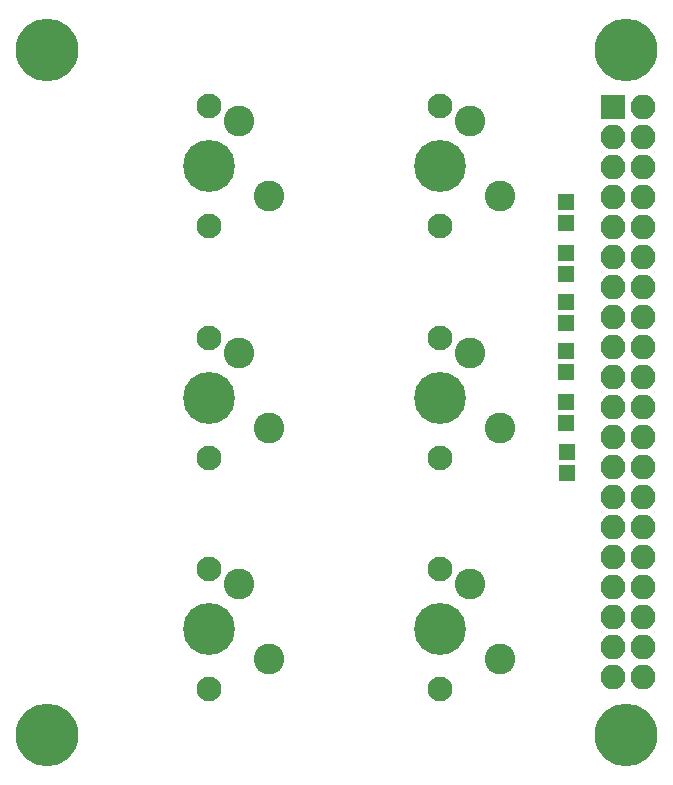
<source format=gts>
G04 #@! TF.GenerationSoftware,KiCad,Pcbnew,5.0.0-rc1-44a33f2~62~ubuntu17.10.1*
G04 #@! TF.CreationDate,2018-05-10T22:28:45+09:00*
G04 #@! TF.ProjectId,RaspiCherryMXKeysHat,52617370694368657272794D584B6579,rev?*
G04 #@! TF.SameCoordinates,Original*
G04 #@! TF.FileFunction,Soldermask,Top*
G04 #@! TF.FilePolarity,Negative*
%FSLAX46Y46*%
G04 Gerber Fmt 4.6, Leading zero omitted, Abs format (unit mm)*
G04 Created by KiCad (PCBNEW 5.0.0-rc1-44a33f2~62~ubuntu17.10.1) date Thu May 10 22:28:45 2018*
%MOMM*%
%LPD*%
G01*
G04 APERTURE LIST*
%ADD10C,5.300000*%
%ADD11R,2.100000X2.100000*%
%ADD12O,2.100000X2.100000*%
%ADD13R,1.400000X1.395000*%
%ADD14C,2.600000*%
%ADD15C,4.400000*%
%ADD16C,2.100000*%
G04 APERTURE END LIST*
D10*
X76095000Y-129330000D03*
X125095000Y-129330000D03*
X76095000Y-71330000D03*
X125095000Y-71330000D03*
D11*
X123952000Y-76200000D03*
D12*
X126492000Y-76200000D03*
X123952000Y-78740000D03*
X126492000Y-78740000D03*
X123952000Y-81280000D03*
X126492000Y-81280000D03*
X123952000Y-83820000D03*
X126492000Y-83820000D03*
X123952000Y-86360000D03*
X126492000Y-86360000D03*
X123952000Y-88900000D03*
X126492000Y-88900000D03*
X123952000Y-91440000D03*
X126492000Y-91440000D03*
X123952000Y-93980000D03*
X126492000Y-93980000D03*
X123952000Y-96520000D03*
X126492000Y-96520000D03*
X123952000Y-99060000D03*
X126492000Y-99060000D03*
X123952000Y-101600000D03*
X126492000Y-101600000D03*
X123952000Y-104140000D03*
X126492000Y-104140000D03*
X123952000Y-106680000D03*
X126492000Y-106680000D03*
X123952000Y-109220000D03*
X126492000Y-109220000D03*
X123952000Y-111760000D03*
X126492000Y-111760000D03*
X123952000Y-114300000D03*
X126492000Y-114300000D03*
X123952000Y-116840000D03*
X126492000Y-116840000D03*
X123952000Y-119380000D03*
X126492000Y-119380000D03*
X123952000Y-121920000D03*
X126492000Y-121920000D03*
X123952000Y-124460000D03*
X126492000Y-124460000D03*
D13*
X120040000Y-85977500D03*
X120040000Y-84202500D03*
X120040000Y-88496600D03*
X120040000Y-90271600D03*
X120040000Y-92686100D03*
X120040000Y-94461100D03*
X120040000Y-98626700D03*
X120040000Y-96851700D03*
X120040000Y-101145500D03*
X120040000Y-102920500D03*
X120091000Y-107110500D03*
X120091000Y-105335500D03*
D14*
X114457000Y-83714000D03*
X111917000Y-77364000D03*
D15*
X109377000Y-81174000D03*
D16*
X109377000Y-76094000D03*
X109377000Y-86254000D03*
X89776800Y-86254000D03*
X89776800Y-76094000D03*
D15*
X89776800Y-81174000D03*
D14*
X92316800Y-77364000D03*
X94856800Y-83714000D03*
X114457000Y-103314000D03*
X111917000Y-96964000D03*
D15*
X109377000Y-100774000D03*
D16*
X109377000Y-95694000D03*
X109377000Y-105854000D03*
X89776800Y-105854000D03*
X89776800Y-95694000D03*
D15*
X89776800Y-100774000D03*
D14*
X92316800Y-96964000D03*
X94856800Y-103314000D03*
X114457000Y-122914000D03*
X111917000Y-116564000D03*
D15*
X109377000Y-120374000D03*
D16*
X109377000Y-115294000D03*
X109377000Y-125454000D03*
X89776800Y-125454000D03*
X89776800Y-115294000D03*
D15*
X89776800Y-120374000D03*
D14*
X92316800Y-116564000D03*
X94856800Y-122914000D03*
M02*

</source>
